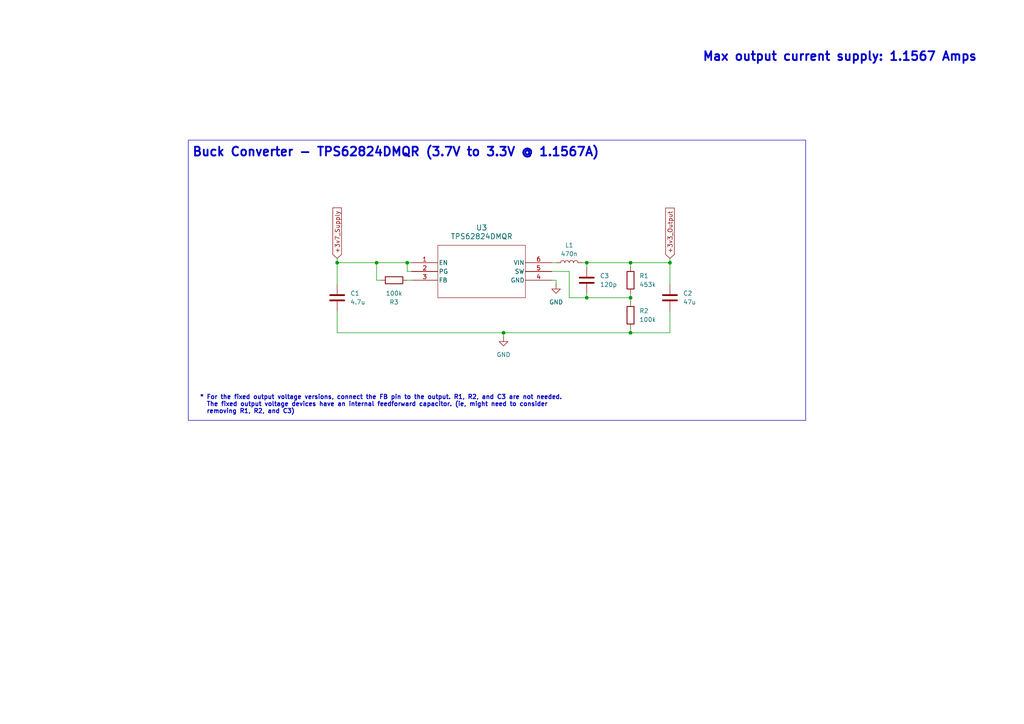
<source format=kicad_sch>
(kicad_sch (version 20231120) (generator "eeschema") (generator_version "8.0")
  (paper "A4")
  (lib_symbols
    (symbol "Device:C" (pin_numbers hide) (pin_names (offset 0.254))
      (property "Reference" "C" (at 0.635 2.54 0))
      (property "Value" "C" (at 0.635 -2.54 0))
      (symbol "C_0_1"
        (polyline (pts (xy -2.032 -0.762) (xy 2.032 -0.762)) (stroke (width 0.508)))
        (polyline (pts (xy -2.032 0.762) (xy 2.032 0.762)) (stroke (width 0.508)))
      )
      (symbol "C_1_1"
        (pin passive line (at 0 3.81 270) (length 2.794) (name "~") (number "1"))
        (pin passive line (at 0 -3.81 90) (length 2.794) (name "~") (number "2"))
      )
    )
    (symbol "Device:L" (pin_numbers hide) (pin_names (offset 1.016) hide)
      (property "Reference" "L" (at -1.27 0 90))
      (property "Value" "L" (at 1.905 0 90))
      (symbol "L_0_1"
        (arc (start 0 -2.54) (mid 0.6323 -1.905) (end 0 -1.27))
        (arc (start 0 -1.27) (mid 0.6323 -0.635) (end 0 0))
        (arc (start 0 0) (mid 0.6323 0.635) (end 0 1.27))
        (arc (start 0 1.27) (mid 0.6323 1.905) (end 0 2.54))
      )
      (symbol "L_1_1"
        (pin passive line (at 0 3.81 270) (length 1.27) (name "1") (number "1"))
        (pin passive line (at 0 -3.81 90) (length 1.27) (name "2") (number "2"))
      )
    )
    (symbol "Device:R" (pin_numbers hide) (pin_names (offset 0))
      (property "Reference" "R" (at 2.032 0 90))
      (property "Value" "R" (at 0 0 90))
      (symbol "R_0_1"
        (rectangle (start -1.016 -2.54) (end 1.016 2.54) (stroke (width 0.254)))
      )
      (symbol "R_1_1"
        (pin passive line (at 0 3.81 270) (length 1.27) (name "~") (number "1"))
        (pin passive line (at 0 -3.81 90) (length 1.27) (name "~") (number "2"))
      )
    )
    (symbol "capstone:TPS62824DMQR" (pin_names (offset 0.254))
      (property "Reference" "U" (at 20.32 10.16 0))
      (property "Value" "TPS62824DMQR" (at 20.32 7.62 0))
      (symbol "TPS62824DMQR_0_1"
        (polyline (pts (xy 7.62 -10.16) (xy 33.02 -10.16)) (stroke (width 0.127)))
        (polyline (pts (xy 7.62 5.08) (xy 7.62 -10.16)) (stroke (width 0.127)))
        (polyline (pts (xy 33.02 -10.16) (xy 33.02 5.08)) (stroke (width 0.127)))
        (polyline (pts (xy 33.02 5.08) (xy 7.62 5.08)) (stroke (width 0.127)))
        (pin unspecified line (at 0 0 0) (length 7.62) (name "EN") (number "1"))
        (pin unspecified line (at 0 -2.54 0) (length 7.62) (name "PG") (number "2"))
        (pin unspecified line (at 0 -5.08 0) (length 7.62) (name "FB") (number "3"))
        (pin power_out line (at 40.64 -5.08 180) (length 7.62) (name "GND") (number "4"))
        (pin power_in line (at 40.64 -2.54 180) (length 7.62) (name "SW") (number "5"))
        (pin power_in line (at 40.64 0 180) (length 7.62) (name "VIN") (number "6"))
      )
    )
    (symbol "power:GND" (power) (pin_numbers hide) (pin_names (offset 0) hide)
      (property "Value" "GND" (at 0 -3.81 0))
      (symbol "GND_0_1"
        (polyline (pts (xy 0 0) (xy 0 -1.27) (xy 1.27 -1.27) (xy 0 -2.54) (xy -1.27 -1.27) (xy 0 -1.27)))
      )
      (symbol "GND_1_1"
        (pin power_in line (at 0 0 270) (length 0) (name "~") (number "1"))
      )
    )
  )
  (junction (at 182.88 76.2))
  (junction (at 170.18 86.36))
  (junction (at 97.79 76.2))
  (junction (at 194.31 76.2))
  (junction (at 170.18 76.2))
  (junction (at 182.88 96.52))
  (junction (at 146.05 96.52))
  (junction (at 109.22 76.2))
  (junction (at 118.11 76.2))
  (junction (at 182.88 86.36))
  (wire (pts (xy 168.91 76.2) (xy 170.18 76.2)))
  (wire (pts (xy 182.88 76.2) (xy 194.31 76.2)))
  (wire (pts (xy 160.02 76.2) (xy 161.29 76.2)))
  (wire (pts (xy 170.18 76.2) (xy 170.18 77.47)))
  (wire (pts (xy 182.88 76.2) (xy 182.88 77.47)))
  (wire (pts (xy 160.02 78.74) (xy 165.1 78.74)))
  (wire (pts (xy 97.79 90.17) (xy 97.79 96.52)))
  (wire (pts (xy 165.1 86.36) (xy 170.18 86.36)))
  (wire (pts (xy 118.11 76.2) (xy 118.11 78.74)))
  (wire (pts (xy 109.22 76.2) (xy 97.79 76.2)))
  (wire (pts (xy 194.31 96.52) (xy 194.31 90.17)))
  (wire (pts (xy 165.1 78.74) (xy 165.1 86.36)))
  (wire (pts (xy 118.11 78.74) (xy 119.38 78.74)))
  (wire (pts (xy 97.79 96.52) (xy 146.05 96.52)))
  (wire (pts (xy 170.18 86.36) (xy 182.88 86.36)))
  (wire (pts (xy 146.05 96.52) (xy 146.05 97.79)))
  (wire (pts (xy 182.88 85.09) (xy 182.88 86.36)))
  (wire (pts (xy 118.11 81.28) (xy 119.38 81.28)))
  (wire (pts (xy 182.88 96.52) (xy 194.31 96.52)))
  (wire (pts (xy 109.22 76.2) (xy 109.22 81.28)))
  (wire (pts (xy 97.79 74.93) (xy 97.79 76.2)))
  (wire (pts (xy 160.02 81.28) (xy 161.29 81.28)))
  (wire (pts (xy 119.38 76.2) (xy 118.11 76.2)))
  (wire (pts (xy 170.18 86.36) (xy 170.18 85.09)))
  (wire (pts (xy 97.79 76.2) (xy 97.79 82.55)))
  (wire (pts (xy 182.88 95.25) (xy 182.88 96.52)))
  (wire (pts (xy 194.31 74.93) (xy 194.31 76.2)))
  (wire (pts (xy 170.18 76.2) (xy 182.88 76.2)))
  (wire (pts (xy 194.31 76.2) (xy 194.31 82.55)))
  (wire (pts (xy 118.11 76.2) (xy 109.22 76.2)))
  (wire (pts (xy 161.29 81.28) (xy 161.29 82.55)))
  (wire (pts (xy 109.22 81.28) (xy 110.49 81.28)))
  (wire (pts (xy 146.05 96.52) (xy 182.88 96.52)))
  (wire (pts (xy 182.88 87.63) (xy 182.88 86.36)))
  (rectangle (start 54.61 40.64) (end 233.68 121.92))
  (text "Buck Converter - TPS62824DMQR (3.7V to 3.3V @ 1.1567A)" (at 114.808 44.196 0) (effects (font (size 2.54 2.54) (thickness 0.508) (bold yes))))
  (text "* For the fixed output voltage versions, connect the FB pin to the output. R1, R2, and C3 are not needed. \n  The fixed output voltage devices have an internal feedforward capacitor. (ie, might need to consider \n  removing R1, R2, and C3)" (at 57.912 117.348 0) (effects (font (size 1.27 1.27) (bold yes)) (justify left)))
  (text "Max output current supply: 1.1567 Amps\n" (at 243.586 16.51 0) (effects (font (size 2.54 2.54) (thickness 0.508) (bold yes))))
  (global_label "+3v7_Supply" (shape input) (at 97.79 74.93 90) (property "Intersheetrefs" "${INTERSHEET_REFS}" (effects (hide yes))))
  (global_label "+3v3_Output" (shape input) (at 194.31 74.93 90) (property "Intersheetrefs" "${INTERSHEET_REFS}" (effects (hide yes))))
  (symbol (lib_id "Device:R") (at 182.88 91.44 0) (unit 1)
    (property "Reference" "R2" (at 185.42 90.1699 0) (effects (justify left)))
    (property "Value" "100k" (at 185.42 92.7099 0) (effects (justify left)))
    (property "Description" "Resistor" (effects (hide yes)))
  )
  (symbol (lib_id "Device:R") (at 114.3 81.28 90) (mirror x) (unit 1)
    (property "Reference" "R3" (at 114.3 87.63 90))
    (property "Value" "100k" (at 114.3 85.09 90))
    (property "Description" "Resistor" (effects (hide yes)))
  )
  (symbol (lib_id "capstone:TPS62824DMQR") (at 119.38 76.2 0) (unit 1)
    (property "Reference" "U3" (at 139.7 66.04 0) (effects (font (size 1.524 1.524))))
    (property "Value" "TPS62824DMQR" (at 139.7 68.58 0) (effects (font (size 1.524 1.524))))
    (property "Footprint" "VSON6_DMQ_TEX" (effects (hide yes)))
    (property "Datasheet" "https://www.ti.com/lit/ds/symlink/tps62824.pdf?ts=1736864307432" (effects (hide yes)))
  )
  (symbol (lib_id "power:GND") (at 146.05 97.79 0) (unit 1)
    (property "Reference" "#PWR03" (effects (hide yes)))
    (property "Value" "GND" (at 146.05 102.87 0))
    (property "Description" "Power symbol creates a global label with name \"GND\" , ground" (effects (hide yes)))
  )
  (symbol (lib_id "Device:C") (at 194.31 86.36 0) (unit 1)
    (property "Reference" "C2" (at 198.12 85.0899 0) (effects (justify left)))
    (property "Value" "47u" (at 198.12 87.6299 0) (effects (justify left)))
    (property "Description" "Unpolarized capacitor" (effects (hide yes)))
  )
  (symbol (lib_id "Device:L") (at 165.1 76.2 90) (unit 1)
    (property "Reference" "L1" (at 165.1 71.12 90))
    (property "Value" "470n" (at 165.1 73.66 90))
    (property "Datasheet" "https://www.cyntec.com/upfile/products/download/HTEH20121T-000%20(A1).pdf" (effects (hide yes)))
    (property "Description" "Inductor" (effects (hide yes)))
  )
  (symbol (lib_id "power:GND") (at 161.29 82.55 0) (unit 1)
    (property "Reference" "#PWR01" (effects (hide yes)))
    (property "Value" "GND" (at 161.29 87.63 0))
    (property "Description" "Power symbol creates a global label with name \"GND\" , ground" (effects (hide yes)))
  )
  (symbol (lib_id "Device:C") (at 170.18 81.28 0) (unit 1)
    (property "Reference" "C3" (at 173.99 80.0099 0) (effects (justify left)))
    (property "Value" "120p" (at 173.99 82.5499 0) (effects (justify left)))
    (property "Description" "Unpolarized capacitor" (effects (hide yes)))
  )
  (symbol (lib_id "Device:R") (at 182.88 81.28 0) (unit 1)
    (property "Reference" "R1" (at 185.42 80.0099 0) (effects (justify left)))
    (property "Value" "453k" (at 185.42 82.5499 0) (effects (justify left)))
    (property "Description" "Resistor" (effects (hide yes)))
  )
  (symbol (lib_id "Device:C") (at 97.79 86.36 0) (unit 1)
    (property "Reference" "C1" (at 101.6 85.0899 0) (effects (justify left)))
    (property "Value" "4.7u" (at 101.6 87.6299 0) (effects (justify left)))
    (property "Datasheet" "https://mm.digikey.com/Volume0/opasdata/d220001/medias/docus/2147/JMK107BB7475MA-T_SS.pdf" (effects (hide yes)))
    (property "Description" "Unpolarized capacitor" (effects (hide yes)))
  )
)
</source>
